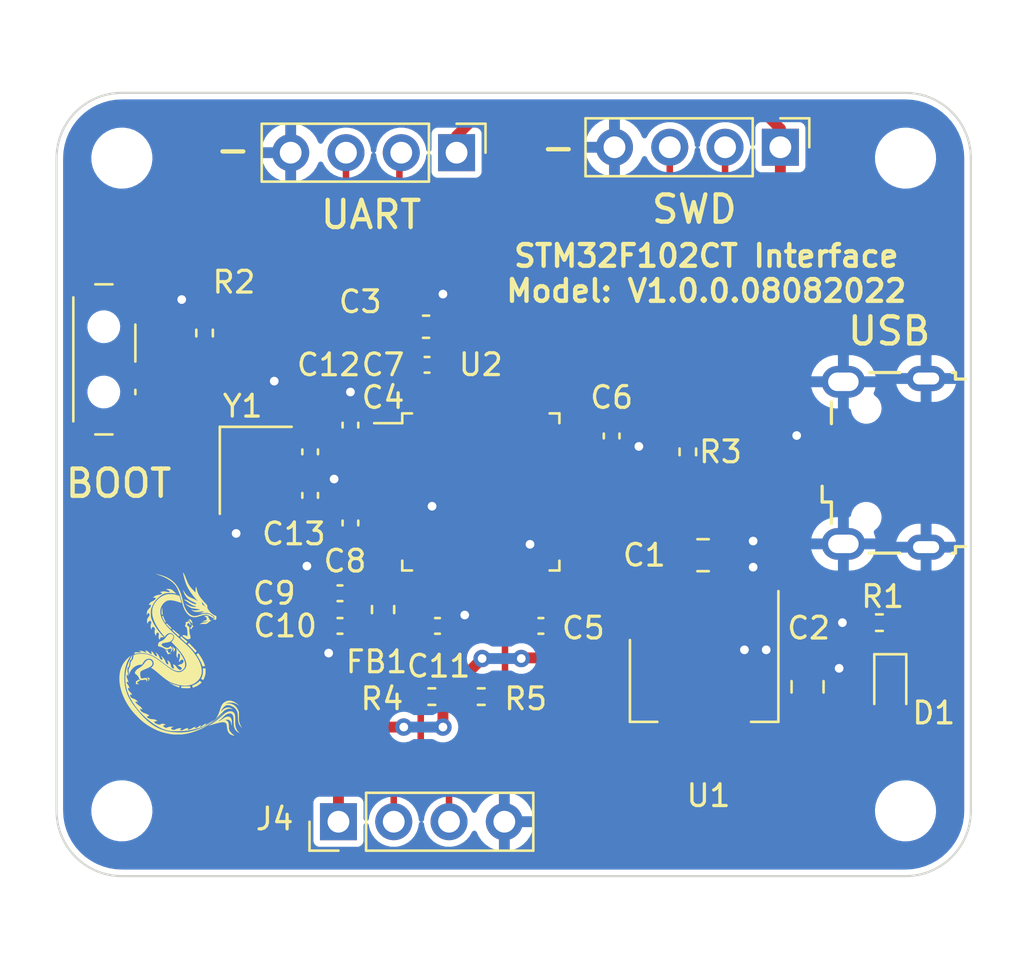
<source format=kicad_pcb>
(kicad_pcb (version 20211014) (generator pcbnew)
  (layers (0 "F.Cu" signal) (31 "B.Cu" mixed) (34 "B.Paste" user) (35 "F.Paste" user) (36 "B.SilkS" user "B.Silkscreen") (37 "F.SilkS" user "F.Silkscreen") (38 "B.Mask" user) (39 "F.Mask" user) (44 "Edge.Cuts" user))
  (net 0 "")
  (net 1 "VBUS")
  (net 2 "GND")
  (net 3 "+3.3V")
  (net 4 "+3.3VA")
  (net 5 "/NRST")
  (net 6 "/HSE_IN")
  (net 7 "/HSE_OUT")
  (net 8 "/PWR_LED_K")
  (net 9 "/USB_D-")
  (net 10 "/USB_D+")
  (net 12 "/USART1_TX")
  (net 13 "/USART1_RX")
  (net 14 "/SWDIO")
  (net 15 "/SWCLK")
  (net 16 "/I2C2_SCL")
  (net 17 "/I2C2_SDA")
  (net 18 "/SW_BOOT0")
  (net 19 "/BOOT0")
  (footprint "Connector_PinHeader_2.54mm:PinHeader_1x04_P2.54mm_Vertical" (layer "F.Cu") (at 73.95 62.5 90)
    (fp_text reference "J4" (at 0.127 -2.931 180) (layer "F.SilkS"))
    (fp_text value "Conn_01x04_Male")
    (pad "1" thru_hole rect (at 0 0 90) (size 1.7 1.7) (drill 1) (layers *.Cu *.Mask) (net 3 "+3.3V"))
    (pad "2" thru_hole oval (at 0 2.54 90) (size 1.7 1.7) (drill 1) (layers *.Cu *.Mask) (net 16 "/I2C2_SCL"))
    (pad "3" thru_hole oval (at 0 5.08 90) (size 1.7 1.7) (drill 1) (layers *.Cu *.Mask) (net 17 "/I2C2_SDA"))
    (pad "4" thru_hole oval (at 0 7.62 90) (size 1.7 1.7) (drill 1) (layers *.Cu *.Mask) (net 2 "GND"))
  )
  (footprint "MountingHole:MountingHole_2.2mm_M2" (layer "F.Cu") (at 100 62)
    (fp_text reference "H2")
    (fp_text value "MountingHole")
    (pad "" np_thru_hole circle (at 0 0) (size 2.2 2.2) (drill 2.2) (layers *.Cu *.Mask))
  )
  (footprint "Capacitor_SMD:C_0402_1005Metric" (layer "F.Cu") (at 72.65 47.5 90)
    (fp_text reference "C13" (at -1.77 -0.75 180) (layer "F.SilkS"))
    (fp_text value "10p")
    (pad "1" smd roundrect (at -0.48 0 90) (size 0.56 0.62) (layers "F.Cu" "F.Paste" "F.Mask") (net 7 "/HSE_OUT"))
    (pad "2" smd roundrect (at 0.48 0 90) (size 0.56 0.62) (layers "F.Cu" "F.Paste" "F.Mask") (net 2 "GND"))
  )
  (footprint "Package_QFP:LQFP-48_7x7mm_P0.5mm" (layer "F.Cu") (at 80.49 47.3425)
    (fp_text reference "U2" (at 0 -5.85) (layer "F.SilkS"))
    (fp_text value "STM32F103C8T6")
    (pad "1" smd roundrect (at -4.1625 -2.75) (size 1.475 0.3) (layers "F.Cu" "F.Paste" "F.Mask") (net 3 "+3.3V"))
    (pad "2" smd roundrect (at -4.1625 -2.25) (size 1.475 0.3) (layers "F.Cu" "F.Paste" "F.Mask"))
    (pad "3" smd roundrect (at -4.1625 -1.75) (size 1.475 0.3) (layers "F.Cu" "F.Paste" "F.Mask"))
    (pad "4" smd roundrect (at -4.1625 -1.25) (size 1.475 0.3) (layers "F.Cu" "F.Paste" "F.Mask"))
    (pad "5" smd roundrect (at -4.1625 -0.75) (size 1.475 0.3) (layers "F.Cu" "F.Paste" "F.Mask") (net 6 "/HSE_IN"))
    (pad "6" smd roundrect (at -4.1625 -0.25) (size 1.475 0.3) (layers "F.Cu" "F.Paste" "F.Mask") (net 7 "/HSE_OUT"))
    (pad "7" smd roundrect (at -4.1625 0.25) (size 1.475 0.3) (layers "F.Cu" "F.Paste" "F.Mask") (net 5 "/NRST"))
    (pad "8" smd roundrect (at -4.1625 0.75) (size 1.475 0.3) (layers "F.Cu" "F.Paste" "F.Mask") (net 2 "GND"))
    (pad "9" smd roundrect (at -4.1625 1.25) (size 1.475 0.3) (layers "F.Cu" "F.Paste" "F.Mask") (net 4 "+3.3VA"))
    (pad "10" smd roundrect (at -4.1625 1.75) (size 1.475 0.3) (layers "F.Cu" "F.Paste" "F.Mask"))
    (pad "11" smd roundrect (at -4.1625 2.25) (size 1.475 0.3) (layers "F.Cu" "F.Paste" "F.Mask"))
    (pad "12" smd roundrect (at -4.1625 2.75) (size 1.475 0.3) (layers "F.Cu" "F.Paste" "F.Mask"))
    (pad "13" smd roundrect (at -2.75 4.1625) (size 0.3 1.475) (layers "F.Cu" "F.Paste" "F.Mask"))
    (pad "14" smd roundrect (at -2.25 4.1625) (size 0.3 1.475) (layers "F.Cu" "F.Paste" "F.Mask"))
    (pad "15" smd roundrect (at -1.75 4.1625) (size 0.3 1.475) (layers "F.Cu" "F.Paste" "F.Mask"))
    (pad "16" smd roundrect (at -1.25 4.1625) (size 0.3 1.475) (layers "F.Cu" "F.Paste" "F.Mask"))
    (pad "17" smd roundrect (at -0.75 4.1625) (size 0.3 1.475) (layers "F.Cu" "F.Paste" "F.Mask"))
    (pad "18" smd roundrect (at -0.25 4.1625) (size 0.3 1.475) (layers "F.Cu" "F.Paste" "F.Mask"))
    (pad "19" smd roundrect (at 0.25 4.1625) (size 0.3 1.475) (layers "F.Cu" "F.Paste" "F.Mask"))
    (pad "20" smd roundrect (at 0.75 4.1625) (size 0.3 1.475) (layers "F.Cu" "F.Paste" "F.Mask"))
    (pad "21" smd roundrect (at 1.25 4.1625) (size 0.3 1.475) (layers "F.Cu" "F.Paste" "F.Mask") (net 16 "/I2C2_SCL"))
    (pad "22" smd roundrect (at 1.75 4.1625) (size 0.3 1.475) (layers "F.Cu" "F.Paste" "F.Mask") (net 17 "/I2C2_SDA"))
    (pad "23" smd roundrect (at 2.25 4.1625) (size 0.3 1.475) (layers "F.Cu" "F.Paste" "F.Mask") (net 2 "GND"))
    (pad "24" smd roundrect (at 2.75 4.1625) (size 0.3 1.475) (layers "F.Cu" "F.Paste" "F.Mask") (net 3 "+3.3V"))
    (pad "25" smd roundrect (at 4.1625 2.75) (size 1.475 0.3) (layers "F.Cu" "F.Paste" "F.Mask"))
    (pad "26" smd roundrect (at 4.1625 2.25) (size 1.475 0.3) (layers "F.Cu" "F.Paste" "F.Mask"))
    (pad "27" smd roundrect (at 4.1625 1.75) (size 1.475 0.3) (layers "F.Cu" "F.Paste" "F.Mask"))
    (pad "28" smd roundrect (at 4.1625 1.25) (size 1.475 0.3) (layers "F.Cu" "F.Paste" "F.Mask"))
    (pad "29" smd roundrect (at 4.1625 0.75) (size 1.475 0.3) (layers "F.Cu" "F.Paste" "F.Mask"))
    (pad "30" smd roundrect (at 4.1625 0.25) (size 1.475 0.3) (layers "F.Cu" "F.Paste" "F.Mask"))
    (pad "31" smd roundrect (at 4.1625 -0.25) (size 1.475 0.3) (layers "F.Cu" "F.Paste" "F.Mask"))
    (pad "32" smd roundrect (at 4.1625 -0.75) (size 1.475 0.3) (layers "F.Cu" "F.Paste" "F.Mask") (net 9 "/USB_D-"))
    (pad "33" smd roundrect (at 4.1625 -1.25) (size 1.475 0.3) (layers "F.Cu" "F.Paste" "F.Mask") (net 10 "/USB_D+"))
    (pad "34" smd roundrect (at 4.1625 -1.75) (size 1.475 0.3) (layers "F.Cu" "F.Paste" "F.Mask") (net 14 "/SWDIO"))
    (pad "35" smd roundrect (at 4.1625 -2.25) (size 1.475 0.3) (layers "F.Cu" "F.Paste" "F.Mask") (net 2 "GND"))
    (pad "36" smd roundrect (at 4.1625 -2.75) (size 1.475 0.3) (layers "F.Cu" "F.Paste" "F.Mask") (net 3 "+3.3V"))
    (pad "37" smd roundrect (at 2.75 -4.1625) (size 0.3 1.475) (layers "F.Cu" "F.Paste" "F.Mask") (net 15 "/SWCLK"))
    (pad "38" smd roundrect (at 2.25 -4.1625) (size 0.3 1.475) (layers "F.Cu" "F.Paste" "F.Mask"))
    (pad "39" smd roundrect (at 1.75 -4.1625) (size 0.3 1.475) (layers "F.Cu" "F.Paste" "F.Mask"))
    (pad "40" smd roundrect (at 1.25 -4.1625) (size 0.3 1.475) (layers "F.Cu" "F.Paste" "F.Mask"))
    (pad "41" smd roundrect (at 0.75 -4.1625) (size 0.3 1.475) (layers "F.Cu" "F.Paste" "F.Mask"))
    (pad "42" smd roundrect (at 0.25 -4.1625) (size 0.3 1.475) (layers "F.Cu" "F.Paste" "F.Mask") (net 12 "/USART1_TX"))
    (pad "43" smd roundrect (at -0.25 -4.1625) (size 0.3 1.475) (layers "F.Cu" "F.Paste" "F.Mask") (net 13 "/USART1_RX"))
    (pad "44" smd roundrect (at -0.75 -4.1625) (size 0.3 1.475) (layers "F.Cu" "F.Paste" "F.Mask") (net 19 "/BOOT0"))
    (pad "45" smd roundrect (at -1.25 -4.1625) (size 0.3 1.475) (layers "F.Cu" "F.Paste" "F.Mask"))
    (pad "46" smd roundrect (at -1.75 -4.1625) (size 0.3 1.475) (layers "F.Cu" "F.Paste" "F.Mask"))
    (pad "47" smd roundrect (at -2.25 -4.1625) (size 0.3 1.475) (layers "F.Cu" "F.Paste" "F.Mask") (net 2 "GND"))
    (pad "48" smd roundrect (at -2.75 -4.1625) (size 0.3 1.475) (layers "F.Cu" "F.Paste" "F.Mask") (net 3 "+3.3V"))
  )
  (footprint "MountingHole:MountingHole_2.2mm_M2" (layer "F.Cu") (at 64 62)
    (fp_text reference "H1")
    (fp_text value "MountingHole")
    (pad "" np_thru_hole circle (at 0 0) (size 2.2 2.2) (drill 2.2) (layers *.Cu *.Mask))
  )
  (footprint "Capacitor_SMD:C_0402_1005Metric" (layer "F.Cu") (at 74.5 48.77 90)
    (fp_text reference "C8" (at -1.75 -0.25 180) (layer "F.SilkS"))
    (fp_text value "10n")
    (pad "1" smd roundrect (at -0.48 0 90) (size 0.56 0.62) (layers "F.Cu" "F.Paste" "F.Mask") (net 4 "+3.3VA"))
    (pad "2" smd roundrect (at 0.48 0 90) (size 0.56 0.62) (layers "F.Cu" "F.Paste" "F.Mask") (net 2 "GND"))
  )
  (footprint "Resistor_SMD:R_0402_1005Metric" (layer "F.Cu") (at 98.8 53.35 180)
    (fp_text reference "R1" (at -0.15 1.2) (layer "F.SilkS"))
    (fp_text value "1k5")
    (pad "1" smd roundrect (at -0.51 0 180) (size 0.54 0.64) (layers "F.Cu" "F.Paste" "F.Mask") (net 8 "/PWR_LED_K"))
    (pad "2" smd roundrect (at 0.51 0 180) (size 0.54 0.64) (layers "F.Cu" "F.Paste" "F.Mask") (net 2 "GND"))
  )
  (footprint "Capacitor_SMD:C_0402_1005Metric" (layer "F.Cu") (at 72.65 45.5 90)
    (fp_text reference "C12" (at 4 0.85 180) (layer "F.SilkS"))
    (fp_text value "10p")
    (pad "1" smd roundrect (at -0.48 0 90) (size 0.56 0.62) (layers "F.Cu" "F.Paste" "F.Mask") (net 6 "/HSE_IN"))
    (pad "2" smd roundrect (at 0.48 0 90) (size 0.56 0.62) (layers "F.Cu" "F.Paste" "F.Mask") (net 2 "GND"))
  )
  (footprint "Capacitor_SMD:C_0402_1005Metric" (layer "F.Cu") (at 86.5 44.77 -90)
    (fp_text reference "C6" (at -1.77 0 180) (layer "F.SilkS"))
    (fp_text value "100n")
    (pad "1" smd roundrect (at -0.48 0 270) (size 0.56 0.62) (layers "F.Cu" "F.Paste" "F.Mask") (net 3 "+3.3V"))
    (pad "2" smd roundrect (at 0.48 0 270) (size 0.56 0.62) (layers "F.Cu" "F.Paste" "F.Mask") (net 2 "GND"))
  )
  (footprint "Connector_PinHeader_2.54mm:PinHeader_1x04_P2.54mm_Vertical" (layer "F.Cu") (at 79.375 31.75 -90)
    (fp_text reference "J2")
    (fp_text value "Conn_01x04_Male")
    (pad "1" thru_hole rect (at 0 0 270) (size 1.7 1.7) (drill 1) (layers *.Cu *.Mask) (net 3 "+3.3V"))
    (pad "2" thru_hole oval (at 0 2.54 270) (size 1.7 1.7) (drill 1) (layers *.Cu *.Mask) (net 12 "/USART1_TX"))
    (pad "3" thru_hole oval (at 0 5.08 270) (size 1.7 1.7) (drill 1) (layers *.Cu *.Mask) (net 13 "/USART1_RX"))
    (pad "4" thru_hole oval (at 0 7.62 270) (size 1.7 1.7) (drill 1) (layers *.Cu *.Mask) (net 2 "GND"))
  )
  (footprint "Package_TO_SOT_SMD:SOT-223-3_TabPin2" (layer "F.Cu") (at 90.75 56 -90)
    (fp_text reference "U1" (at 5.3 -0.2 180) (layer "F.SilkS"))
    (fp_text value "AMS1117")
    (pad "1" smd rect (at -3.15 -2.3 270) (size 2 1.5) (layers "F.Cu" "F.Paste" "F.Mask") (net 2 "GND"))
    (pad "2" smd rect (at 3.15 0 270) (size 2 3.8) (layers "F.Cu" "F.Paste" "F.Mask") (net 3 "+3.3V"))
    (pad "2" smd rect (at -3.15 0 270) (size 2 1.5) (layers "F.Cu" "F.Paste" "F.Mask") (net 3 "+3.3V"))
    (pad "3" smd rect (at -3.15 2.3 270) (size 2 1.5) (layers "F.Cu" "F.Paste" "F.Mask") (net 1 "VBUS"))
  )
  (footprint "Resistor_SMD:R_0402_1005Metric" (layer "F.Cu") (at 67.8 40.04 90)
    (fp_text reference "R2" (at 2.34 1.35 180) (layer "F.SilkS"))
    (fp_text value "10k")
    (pad "1" smd roundrect (at -0.51 0 90) (size 0.54 0.64) (layers "F.Cu" "F.Paste" "F.Mask") (net 18 "/SW_BOOT0"))
    (pad "2" smd roundrect (at 0.51 0 90) (size 0.54 0.64) (layers "F.Cu" "F.Paste" "F.Mask") (net 19 "/BOOT0"))
  )
  (footprint "LOGO" (layer "F.Cu") (at 66.7 54.8)
    (fp_text reference "G***")
    (fp_text value "LOGO" hide)
  )
  (footprint "Capacitor_SMD:C_0402_1005Metric" (layer "F.Cu") (at 78.5 53.5)
    (fp_text reference "C11" (at 0.05 1.85) (layer "F.SilkS"))
    (fp_text value "100n")
    (pad "1" smd roundrect (at -0.48 0) (size 0.56 0.62) (layers "F.Cu" "F.Paste" "F.Mask") (net 5 "/NRST"))
    (pad "2" smd roundrect (at 0.48 0) (size 0.56 0.62) (layers "F.Cu" "F.Paste" "F.Mask") (net 2 "GND"))
  )
  (footprint "Crystal:Crystal_SMD_3225-4Pin_3.2x2.5mm" (layer "F.Cu") (at 70.15 46.35 -90)
    (fp_text reference "Y1" (at -2.95 0.6 180) (layer "F.SilkS"))
    (fp_text value "16MHz")
    (pad "1" smd rect (at -1.1 0.85 270) (size 1.4 1.2) (layers "F.Cu" "F.Paste" "F.Mask") (net 6 "/HSE_IN"))
    (pad "2" smd rect (at 1.1 0.85 270) (size 1.4 1.2) (layers "F.Cu" "F.Paste" "F.Mask") (net 2 "GND"))
    (pad "3" smd rect (at 1.1 -0.85 270) (size 1.4 1.2) (layers "F.Cu" "F.Paste" "F.Mask") (net 7 "/HSE_OUT"))
    (pad "4" smd rect (at -1.1 -0.85 270) (size 1.4 1.2) (layers "F.Cu" "F.Paste" "F.Mask") (net 2 "GND"))
  )
  (footprint "Resistor_SMD:R_0402_1005Metric" (layer "F.Cu") (at 90 45.5 -90)
    (fp_text reference "R3" (at 0 -1.5 180) (layer "F.SilkS"))
    (fp_text value "1k5")
    (pad "1" smd roundrect (at -0.51 0 270) (size 0.54 0.64) (layers "F.Cu" "F.Paste" "F.Mask") (net 3 "+3.3V"))
    (pad "2" smd roundrect (at 0.51 0 270) (size 0.54 0.64) (layers "F.Cu" "F.Paste" "F.Mask") (net 10 "/USB_D+"))
  )
  (footprint "LED_SMD:LED_0603_1608Metric" (layer "F.Cu") (at 99.3 56.2875 -90)
    (fp_text reference "D1" (at 1.2125 -2 180) (layer "F.SilkS"))
    (fp_text value "RED")
    (pad "1" smd roundrect (at -0.7875 0 270) (size 0.875 0.95) (layers "F.Cu" "F.Paste" "F.Mask") (net 8 "/PWR_LED_K"))
    (pad "2" smd roundrect (at 0.7875 0 270) (size 0.875 0.95) (layers "F.Cu" "F.Paste" "F.Mask") (net 3 "+3.3V"))
  )
  (footprint "Capacitor_SMD:C_0402_1005Metric" (layer "F.Cu") (at 78.02 41.5)
    (fp_text reference "C7" (at -2.02 0) (layer "F.SilkS"))
    (fp_text value "100n")
    (pad "1" smd roundrect (at -0.48 0) (size 0.56 0.62) (layers "F.Cu" "F.Paste" "F.Mask") (net 3 "+3.3V"))
    (pad "2" smd roundrect (at 0.48 0) (size 0.56 0.62) (layers "F.Cu" "F.Paste" "F.Mask") (net 2 "GND"))
  )
  (footprint "Capacitor_SMD:C_0603_1608Metric" (layer "F.Cu") (at 77.975 39.75)
    (fp_text reference "C3" (at -3.025 -1.15) (layer "F.SilkS"))
    (fp_text value "10u")
    (pad "1" smd roundrect (at -0.775 0) (size 0.9 0.95) (layers "F.Cu" "F.Paste" "F.Mask") (net 3 "+3.3V"))
    (pad "2" smd roundrect (at 0.775 0) (size 0.9 0.95) (layers "F.Cu" "F.Paste" "F.Mask") (net 2 "GND"))
  )
  (footprint "Connector_USB:USB_Micro-B_Wuerth_629105150521" (layer "F.Cu") (at 98.995 46.005 90)
    (fp_text reference "J1")
    (fp_text value "USB_B_Micro")
    (pad "" np_thru_hole oval (at -2.5 -0.8 90) (size 0.8 0.8) (drill 0.8) (layers *.Cu *.Mask))
    (pad "" np_thru_hole oval (at 2.5 -0.8 90) (size 0.8 0.8) (drill 0.8) (layers *.Cu *.Mask))
    (pad "1" smd rect (at -1.3 -1.9 90) (size 0.45 1.3) (layers "F.Cu" "F.Paste" "F.Mask") (net 1 "VBUS"))
    (pad "2" smd rect (at -0.65 -1.9 90) (size 0.45 1.3) (layers "F.Cu" "F.Paste" "F.Mask") (net 9 "/USB_D-"))
    (pad "3" smd rect (at 0 -1.9 90) (size 0.45 1.3) (layers "F.Cu" "F.Paste" "F.Mask") (net 10 "/USB_D+"))
    (pad "4" smd rect (at 0.65 -1.9 90) (size 0.45 1.3) (layers "F.Cu" "F.Paste" "F.Mask"))
    (pad "5" smd rect (at 1.3 -1.9 90) (size 0.45 1.3) (layers "F.Cu" "F.Paste" "F.Mask") (net 2 "GND"))
    (pad "6" thru_hole oval (at -3.875 1.95 90) (size 1.15 1.8) (drill oval 0.55 1.2) (layers *.Cu *.Mask) (net 2 "GND"))
    (pad "6" thru_hole oval (at 3.875 1.95 90) (size 1.15 1.8) (drill oval 0.55 1.2) (layers *.Cu *.Mask) (net 2 "GND"))
    (pad "6" thru_hole oval (at 3.725 -1.85 90) (size 1.45 2) (drill oval 0.85 1.4) (layers *.Cu *.Mask) (net 2 "GND"))
    (pad "6" thru_hole oval (at -3.725 -1.85 90) (size 1.45 2) (drill oval 0.85 1.4) (layers *.Cu *.Mask) (net 2 "GND"))
  )
  (footprint "Resistor_SMD:R_0402_1005Metric" (layer "F.Cu") (at 78.24 56.75 180)
    (fp_text reference "R4" (at 2.29 -0.1) (layer "F.SilkS"))
    (fp_text value "1k5")
    (pad "1" smd roundrect (at -0.51 0 180) (size 0.54 0.64) (layers "F.Cu" "F.Paste" "F.Mask") (net 3 "+3.3V"))
    (pad "2" smd roundrect (at 0.51 0 180) (size 0.54 0.64) (layers "F.Cu" "F.Paste" "F.Mask") (net 16 "/I2C2_SCL"))
  )
  (footprint "Button_Switch_SMD:SW_SPDT_PCM12" (layer "F.Cu") (at 63.5 41.25 -90)
    (fp_text reference "SW1")
    (fp_text value "SW_SPDT")
    (pad "" np_thru_hole circle (at -1.5 0.33 270) (size 0.9 0.9) (drill 0.9) (layers *.Cu *.Mask))
    (pad "" smd rect (at 3.65 -0.78 270) (size 1 0.8) (layers "F.Cu" "F.Paste" "F.Mask"))
    (pad "" np_thru_hole circle (at 1.5 0.33 270) (size 0.9 0.9) (drill 0.9) (layers *.Cu *.Mask))
    (pad "" smd rect (at -3.65 -0.78 270) (size 1 0.8) (layers "F.Cu" "F.Paste" "F.Mask"))
    (pad "" smd rect (at 3.65 1.43 270) (size 1 0.8) (layers "F.Cu" "F.Paste" "F.Mask"))
    (pad "" smd rect (at -3.65 1.43 270) (size 1 0.8) (layers "F.Cu" "F.Paste" "F.Mask"))
    (pad "1" smd rect (at -2.25 -1.43 270) (size 0.7 1.5) (layers "F.Cu" "F.Paste" "F.Mask") (net 2 "GND"))
    (pad "2" smd rect (at 0.75 -1.43 270) (size 0.7 1.5) (layers "F.Cu" "F.Paste" "F.Mask") (net 18 "/SW_BOOT0"))
    (pad "3" smd rect (at 2.25 -1.43 270) (size 0.7 1.5) (layers "F.Cu" "F.Paste" "F.Mask") (net 3 "+3.3V"))
  )
  (footprint "MountingHole:MountingHole_2.2mm_M2" (layer "F.Cu") (at 100 32)
    (fp_text reference "H3")
    (fp_text value "MountingHole")
    (pad "" np_thru_hole circle (at 0 0) (size 2.2 2.2) (drill 2.2) (layers *.Cu *.Mask))
  )
  (footprint "Inductor_SMD:L_0603_1608Metric" (layer "F.Cu") (at 76 52.75 -90)
    (fp_text reference "FB1" (at 2.4 0.3 180) (layer "F.SilkS"))
    (fp_text value "FerriteBead")
    (pad "1" smd roundrect (at -0.7875 0 270) (size 0.875 0.95) (layers "F.Cu" "F.Paste" "F.Mask") (net 4 "+3.3VA"))
    (pad "2" smd roundrect (at 0.7875 0 270) (size 0.875 0.95) (layers "F.Cu" "F.Paste" "F.Mask") (net 3 "+3.3V"))
  )
  (footprint "MountingHole:MountingHole_2.2mm_M2" (layer "F.Cu") (at 64 32)
    (fp_text reference "H4")
    (fp_text value "MountingHole")
    (pad "" np_thru_hole circle (at 0 0) (size 2.2 2.2) (drill 2.2) (layers *.Cu *.Mask))
  )
  (footprint "Capacitor_SMD:C_0805_2012Metric" (layer "F.Cu") (at 95.5 56.3 90)
    (fp_text reference "C2" (at 2.7 0.05 180) (layer "F.SilkS"))
    (fp_text value "22u")
    (pad "1" smd roundrect (at -0.95 0 90) (size 1 1.45) (layers "F.Cu" "F.Paste" "F.Mask") (net 3 "+3.3V"))
    (pad "2" smd roundrect (at 0.95 0 90) (size 1 1.45) (layers "F.Cu" "F.Paste" "F.Mask") (net 2 "GND"))
  )
  (footprint "Capacitor_SMD:C_0402_1005Metric" (layer "F.Cu") (at 74.02 53.5 180)
    (fp_text reference "C10" (at 2.52 0) (layer "F.SilkS"))
    (fp_text value "1u")
    (pad "1" smd roundrect (at -0.48 0 180) (size 0.56 0.62) (layers "F.Cu" "F.Paste" "F.Mask") (net 3 "+3.3V"))
    (pad "2" smd roundrect (at 0.48 0 180) (size 0.56 0.62) (layers "F.Cu" "F.Paste" "F.Mask") (net 2 "GND"))
  )
  (footprint "Connector_PinHeader_2.54mm:PinHeader_1x04_P2.54mm_Vertical" (layer "F.Cu") (at 94.25 31.5 -90)
    (fp_text reference "J3")
    (fp_text value "Conn_01x04_Male")
    (pad "1" thru_hole rect (at 0 0 270) (size 1.7 1.7) (drill 1) (layers *.Cu *.Mask) (net 3 "+3.3V"))
    (pad "2" thru_hole oval (at 0 2.54 270) (size 1.7 1.7) (drill 1) (layers *.Cu *.Mask) (net 14 "/SWDIO"))
    (pad "3" thru_hole oval (at 0 5.08 270) (size 1.7 1.7) (drill 1) (layers *.Cu *.Mask) (net 15 "/SWCLK"))
    (pad "4" thru_hole oval (at 0 7.62 270) (size 1.7 1.7) (drill 1) (layers *.Cu *.Mask) (net 2 "GND"))
  )
  (footprint "Resistor_SMD:R_0402_1005Metric" (layer "F.Cu") (at 80.51 56.75)
    (fp_text reference "R5" (at 2.04 0.1) (layer "F.SilkS"))
    (fp_text value "1k5")
    (pad "1" smd roundrect (at -0.51 0) (size 0.54 0.64) (layers "F.Cu" "F.Paste" "F.Mask") (net 3 "+3.3V"))
    (pad "2" smd roundrect (at 0.51 0) (size 0.54 0.64) (layers "F.Cu" "F.Paste" "F.Mask") (net 17 "/I2C2_SDA"))
  )
  (footprint "Capacitor_SMD:C_0805_2012Metric" (layer "F.Cu") (at 90.7 50.25)
    (fp_text reference "C1" (at -2.7 0) (layer "F.SilkS"))
    (fp_text value "22u")
    (pad "1" smd roundrect (at -0.95 0) (size 1 1.45) (layers "F.Cu" "F.Paste" "F.Mask") (net 1 "VBUS"))
    (pad "2" smd roundrect (at 0.95 0) (size 1 1.45) (layers "F.Cu" "F.Paste" "F.Mask") (net 2 "GND"))
  )
  (footprint "Capacitor_SMD:C_0402_1005Metric" (layer "F.Cu") (at 74.02 52 180)
    (fp_text reference "C9" (at 3.02 0) (layer "F.SilkS"))
    (fp_text value "1u")
    (pad "1" smd roundrect (at -0.48 0 180) (size 0.56 0.62) (layers "F.Cu" "F.Paste" "F.Mask") (net 4 "+3.3VA"))
    (pad "2" smd roundrect (at 0.48 0 180) (size 0.56 0.62) (layers "F.Cu" "F.Paste" "F.Mask") (net 2 "GND"))
  )
  (footprint "Capacitor_SMD:C_0402_1005Metric" (layer "F.Cu") (at 74.5 44.27 90)
    (fp_text reference "C4" (at 1.27 1.5) (layer "F.SilkS"))
    (fp_text value "100n")
    (pad "1" smd roundrect (at -0.48 0 90) (size 0.56 0.62) (layers "F.Cu" "F.Paste" "F.Mask") (net 3 "+3.3V"))
    (pad "2" smd roundrect (at 0.48 0 90) (size 0.56 0.62) (layers "F.Cu" "F.Paste" "F.Mask") (net 2 "GND"))
  )
  (footprint "Capacitor_SMD:C_0402_1005Metric" (layer "F.Cu") (at 83.25 53.5 180)
    (fp_text reference "C5" (at -1.95 -0.1) (layer "F.SilkS"))
    (fp_text value "100n")
    (pad "1" smd roundrect (at -0.48 0 180) (size 0.56 0.62) (layers "F.Cu" "F.Paste" "F.Mask") (net 3 "+3.3V"))
    (pad "2" smd roundrect (at 0.48 0 180) (size 0.56 0.62) (layers "F.Cu" "F.Paste" "F.Mask") (net 2 "GND"))
  )
  (gr_arc (start 64 65) (mid 61.87868 64.12132) (end 61 62) (layer "Edge.Cuts") (width 0.1))
  (gr_arc (start 103 62) (mid 102.12132 64.12132) (end 100 65) (layer "Edge.Cuts") (width 0.1))
  (gr_line (start 103 62) (end 103 32) (layer "Edge.Cuts") (width 0.1))
  (gr_line (start 64 65) (end 100 65) (layer "Edge.Cuts") (width 0.1))
  (gr_arc (start 61 32) (mid 61.87868 29.87868) (end 64 29) (layer "Edge.Cuts") (width 0.1))
  (gr_arc (start 100 29) (mid 102.12132 29.87868) (end 103 32) (layer "Edge.Cuts") (width 0.1))
  (gr_line (start 61 32) (end 61 62) (layer "Edge.Cuts") (width 0.1))
  (gr_line (start 64 29) (end 100 29) (layer "Edge.Cuts") (width 0.1))
  (gr_text "-" (at 69.1 31.6) (layer "F.SilkS") (effects (font (size 1.25 1.25) (thickness 0.2))))
  (gr_text "SWD" (at 90.3 34.35) (layer "F.SilkS") (effects (font (size 1.25 1.25) (thickness 0.2))))
  (gr_text "UART" (at 75.45 34.6) (layer "F.SilkS") (effects (font (size 1.25 1.25) (thickness 0.2))))
  (gr_text "-" (at 84.05 31.5) (layer "F.SilkS") (effects (font (size 1.25 1.25) (thickness 0.2))))
  (gr_text "STM32F102CT Interface\nModel: V1.0.0.08082022" (at 90.85 37.3) (layer "F.SilkS") (effects (font (size 1 1) (thickness 0.2))))
  (gr_text "BOOT" (at 63.85 46.95) (layer "F.SilkS") (effects (font (size 1.25 1.25) (thickness 0.2))))
  (gr_text "USB" (at 99.25 39.95) (layer "F.SilkS") (effects (font (size 1.25 1.25) (thickness 0.2))))
  (segment (start 79.25 53.5) (end 79.75 53) (width 0.5) (layer "F.Cu") (net 2))
  (segment (start 78.75 40.5) (end 78.5 40.75) (width 0.5) (layer "F.Cu") (net 2))
  (segment (start 64.93 39) (end 66.25 39) (width 0.5) (layer "F.Cu") (net 2))
  (segment (start 85.84202 45.09202) (end 86 45.25) (width 0.3) (layer "F.Cu") (net 2))
  (segment (start 84.6525 45.0925) (end 84.65298 45.09202) (width 0.3) (layer "F.Cu") (net 2))
  (segment (start 71.23 45.02) (end 71 45.25) (width 0.5) (layer "F.Cu") (net 2))
  (segment (start 74.6975 48.0925) (end 74.5 48.29) (width 0.3) (layer "F.Cu") (net 2))
  (segment (start 73.54 53.5) (end 73.54 54.71) (width 0.5) (layer "F.Cu") (net 2))
  (segment (start 86 45.25) (end 86.5 45.25) (width 0.3) (layer "F.Cu") (net 2))
  (segment (start 78.98 53.5) (end 79.25 53.5) (width 0.5) (layer "F.Cu") (net 2))
  (segment (start 84.65298 45.09202) (end 85.84202 45.09202) (width 0.3) (layer "F.Cu") (net 2))
  (segment (start 72.65 45.02) (end 71.23 45.02) (width 0.5) (layer "F.Cu") (net 2))
  (segment (start 98.29 53.35) (end 97.1 53.35) (width 0.5) (layer "F.Cu") (net 2))
  (segment (start 66.25 39) (end 66.75 38.5) (width 0.5) (layer "F.Cu") (net 2))
  (segment (start 73.54 51.79) (end 72.5 50.75) (width 0.5) (layer "F.Cu") (net 2))
  (segment (start 82.74 53.47) (end 82.77 53.5) (width 0.3) (layer "F.Cu") (net 2))
  (segment (start 78.5 42) (end 78.5 41.5) (width 0.3) (layer "F.Cu") (net 2))
  (segment (start 82.75 49.75) (end 82.74 49.76) (width 0.3) (layer "F.Cu") (net 2))
  (segment (start 82.74 49.76) (end 82.74 51.505) (width 0.3) (layer "F.Cu") (net 2))
  (segment (start 69.3 49.2) (end 69.25 49.25) (width 0.5) (layer "F.Cu") (net 2))
  (segment (start 76.3275 48.0925) (end 78.1575 48.0925) (width 0.3) (layer "F.Cu") (net 2))
  (segment (start 73.48 47.02) (end 73.75 46.75) (width 0.5) (layer "F.Cu") (net 2))
  (segment (start 78.75 39.75) (end 78.75 40.5) (width 0.5) (layer "F.Cu") (net 2))
  (segment (start 74.5 43.79) (end 74.5 42.75) (width 0.5) (layer "F.Cu") (net 2))
  (segment (start 78.75 39.75) (end 78.75 38.25) (width 0.5) (layer "F.Cu") (net 2))
  (segment (start 73.54 54.71) (end 73.5 54.75) (width 0.5) (layer "F.Cu") (net 2))
  (segment (start 76.3275 48.0925) (end 74.6975 48.0925) (width 0.3) (layer "F.Cu") (net 2))
  (segment (start 95.045 44.705) (end 95 44.75) (width 0.3) (layer "F.Cu") (net 2))
  (segment (start 97.095 44.705) (end 95.045 44.705) (width 0.3) (layer "F.Cu") (net 2))
  (segment (start 86.5 45.25) (end 87.75 45.25) (width 0.5) (layer "F.Cu") (net 2))
  (segment (start 72.65 47.02) (end 73.48 47.02) (width 0.5) (layer "F.Cu") (net 2))
  (segment (start 69.3 47.45) (end 69.3 49.2) (width 0.5) (layer "F.Cu") (net 2))
  (segment (start 78.1575 48.0925) (end 78.25 48) (width 0.3) (layer "F.Cu") (net 2))
  (segment (start 71 45.25) (end 71 42.25) (width 0.5) (layer "F.Cu") (net 2))
  (segment (start 73.54 52) (end 73.54 51.79) (width 0.5) (layer "F.Cu") (net 2))
  (segment (start 78.24 42.26) (end 78.5 42) (width 0.3) (layer "F.Cu") (net 2))
  (segment (start 82.74 51.505) (end 82.74 53.47) (width 0.3) (layer "F.Cu") (net 2))
  (segment (start 78.5 40.75) (end 78.5 41.5) (width 0.5) (layer "F.Cu") (net 2))
  (segment (start 78.24 43.18) (end 78.24 42.26) (width 0.3) (layer "F.Cu") (net 2))
  (via (at 73.75 46.75) (size 0.8) (drill 0.4) (layers "F.Cu" "B.Cu") (net 2))
  (via (at 93 49.6) (size 0.8) (drill 0.4) (layers "F.Cu" "B.Cu") (net 2))
  (via (at 93 50.8) (size 0.8) (drill 0.4) (layers "F.Cu" "B.Cu") (net 2))
  (via (at 95 44.75) (size 0.8) (drill 0.4) (layers "F.Cu" "B.Cu") (net 2))
  (via (at 69.25 49.25) (size 0.8) (drill 0.4) (layers "F.Cu" "B.Cu") (net 2))
  (via (at 92.6 54.6) (size 0.8) (drill 0.4) (layers "F.Cu" "B.Cu") (net 2))
  (via (at 66.75 38.5) (size 0.8) (drill 0.4) (layers "F.Cu" "B.Cu") (net 2))
  (via (at 72.5 50.75) (size 0.8) (drill 0.4) (layers "F.Cu" "B.Cu") (net 2))
  (via (at 74.5 42.75) (size 0.8) (drill 0.4) (layers "F.Cu" "B.Cu") (net 2))
  (via (at 96.95 55.45) (size 0.8) (drill 0.4) (layers "F.Cu" "B.Cu") (net 2))
  (via (at 73.5 54.75) (size 0.8) (drill 0.4) (layers "F.Cu" "B.Cu") (net 2))
  (via (at 93.6 54.6) (size 0.8) (drill 0.4) (layers "F.Cu" "B.Cu") (net 2))
  (via (at 87.75 45.25) (size 0.8) (drill 0.4) (layers "F.Cu" "B.Cu") (net 2))
  (via (at 82.75 49.75) (size 0.8) (drill 0.4) (layers "F.Cu" "B.Cu") (net 2))
  (via (at 71 42.25) (size 0.8) (drill 0.4) (layers "F.Cu" "B.Cu") (net 2))
  (via (at 79.75 53) (size 0.8) (drill 0.4) (layers "F.Cu" "B.Cu") (net 2))
  (via (at 97.1 53.35) (size 0.8) (drill 0.4) (layers "F.Cu" "B.Cu") (net 2))
  (via (at 78.25 48) (size 0.8) (drill 0.4) (layers "F.Cu" "B.Cu") (net 2))
  (via (at 78.75 38.25) (size 0.8) (drill 0.4) (layers "F.Cu" "B.Cu") (net 2))
  (segment (start 79.375 31.75) (end 79.375 30.975) (width 0.5) (layer "F.Cu") (net 3))
  (segment (start 97.2 58.5) (end 97.2 57.25) (width 0.5) (layer "F.Cu") (net 3))
  (segment (start 75.8 53.7375) (end 76 53.5375) (width 0.5) (layer "F.Cu") (net 3))
  (segment (start 99.2 42.398978) (end 99.15 42.348978) (width 0.5) (layer "F.Cu") (net 3))
  (segment (start 67.15 43.5) (end 67.25 43.6) (width 0.5) (layer "F.Cu") (net 3))
  (segment (start 90 44.99) (end 91.01 44.99) (width 0.5) (layer "F.Cu") (net 3))
  (segment (start 77.74 43.18) (end 77.7 43.22) (width 0.3) (layer "F.Cu") (net 3))
  (segment (start 83.73 53.5) (end 83.73 54.97) (width 0.5) (layer "F.Cu") (net 3))
  (segment (start 78.75 56.75) (end 78.75 58.15) (width 0.5) (layer "F.Cu") (net 3))
  (segment (start 64.93 43.5) (end 67.15 43.5) (width 0.5) (layer "F.Cu") (net 3))
  (segment (start 75.35 58.15) (end 73.95 59.55) (width 0.5) (layer "F.Cu") (net 3))
  (segment (start 75.8 58.15) (end 75.35 58.15) (width 0.5) (layer "F.Cu") (net 3))
  (segment (start 83.73 52.73) (end 83.73 53.5) (width 0.3) (layer "F.Cu") (net 3))
  (segment (start 80.55 55) (end 80 55.55) (width 0.5) (layer "F.Cu") (net 3))
  (segment (start 100.95 52.65) (end 99.3 51) (width 0.5) (layer "F.Cu") (net 3))
  (segment (start 94.25 30.65) (end 94.25 31.5) (width 0.5) (layer "F.Cu") (net 3))
  (segment (start 79.375 30.975) (end 80.6 29.75) (width 0.5) (layer "F.Cu") (net 3))
  (segment (start 77.5 42) (end 77.5 41.54) (width 0.3) (layer "F.Cu") (net 3))
  (segment (start 83.73 54.97) (end 82.3795 54.97) (width 0.5) (layer "F.Cu") (net 3))
  (segment (start 84.6525 44.5925) (end 85.6575 44.5925) (width 0.3) (layer "F.Cu") (net 3))
  (segment (start 95.1 62.25) (end 97.2 60.15) (width 0.5) (layer "F.Cu") (net 3))
  (segment (start 83.24 52.24) (end 83.73 52.73) (width 0.3) (layer "F.Cu") (net 3))
  (segment (start 77.7 43.22) (end 77.7 44.3) (width 0.3) (layer "F.Cu") (net 3))
  (segment (start 77.4075 44.5925) (end 76.3275 44.5925) (width 0.3) (layer "F.Cu") (net 3))
  (segment (start 80.6 29.75) (end 93.35 29.75) (width 0.5) (layer "F.Cu") (net 3))
  (segment (start 77.2 39.75) (end 77.2 40.45) (width 0.5) (layer "F.Cu") (net 3))
  (segment (start 70.35 39.75) (end 77.2 39.75) (width 0.5) (layer "F.Cu") (net 3))
  (segment (start 99.3 51) (end 99.2 51) (width 0.5) (layer "F.Cu") (net 3))
  (segment (start 94.3 36.1) (end 94.25 36.05) (width 0.5) (layer "F.Cu") (net 3))
  (segment (start 99.15 40.9) (end 97.125 38.875) (width 0.5) (layer "F.Cu") (net 3))
  (segment (start 100.2 58.5) (end 100.95 57.75) (width 0.5) (layer "F.Cu") (net 3))
  (segment (start 75.25 44.75) (end 74.5 44.75) (width 0.3) (layer "F.Cu") (net 3))
  (segment (start 83.24 51.505) (end 83.24 52.24) (width 0.3) (layer "F.Cu") (net 3))
  (segment (start 97.375 57.075) (end 95.675 57.075) (width 0.5) (layer "F.Cu") (net 3))
  (segment (start 99.15 42.348978) (end 99.15 40.9) (width 0.5) (layer "F.Cu") (net 3))
  (segment (start 83.73 54.97) (end 83.73 60.43) (width 0.5) (layer "F.Cu") (net 3))
  (segment (start 97.125 38.875) (end 94.35 36.1) (width 0.5) (layer "F.Cu") (net 3))
  (segment (start 77.2 40.45) (end 77.54 40.79) (width 0.5) (layer "F.Cu") (net 3))
  (segment (start 97.2 57.25) (end 97.375 57.075) (width 0.5) (layer "F.Cu") (net 3))
  (segment (start 77.74 43.18) (end 77.74 42.24) (width 0.3) (layer "F.Cu") (net 3))
  (segment (start 67.25 42.85) (end 70.35 39.75) (width 0.5) (layer "F.Cu") (net 3))
  (segment (start 99.3 57.075) (end 97.375 57.075) (width 0.5) (layer "F.Cu") (net 3))
  (segment (start 86.5 44.29) (end 88.49 44.29) (width 0.5) (layer "F.Cu") (net 3))
  (segment (start 67.25 56.35) (end 67.25 43.6) (width 0.5) (layer "F.Cu") (net 3))
  (segment (start 77.74 42.24) (end 77.5 42) (width 0.3) (layer "F.Cu") (net 3))
  (segment (start 95.675 57.075) (end 95.5 57.25) (width 0.5) (layer "F.Cu") (net 3))
  (segment (start 94.25 36.05) (end 94.25 31.5) (width 0.5) (layer "F.Cu") (net 3))
  (segment (start 76.95 58.15) (end 75.8 58.15) (width 0.5) (layer "F.Cu") (net 3))
  (segment (start 94.35 36.1) (end 94.3 36.1) (width 0.5) (layer "F.Cu") (net 3))
  (segment (start 74.5375 53.5375) (end 74.5 53.5) (width 0.5) (layer "F.Cu") (net 3))
  (segment (start 69.05 58.15) (end 67.25 56.35) (width 0.5) (layer "F.Cu") (net 3))
  (segment (start 97.2 60.15) (end 97.2 58.5) (width 0.5) (layer "F.Cu") (net 3))
  (segment (start 77.7 44.3) (end 77.4075 44.5925) (width 0.3) (layer "F.Cu") (net 3))
  (segment (start 99.2 51) (end 99.2 42.398978) (width 0.5) (layer "F.Cu") (net 3))
  (segment (start 75.8 58.15) (end 69.05 58.15) (width 0.5) (layer "F.Cu") (net 3))
  (segment (start 75.8 58.15) (end 75.8 53.7375) (width 0.5) (layer "F.Cu") (net 3))
  (segment (start 80 55.55) (end 80 56.75) (width 0.5) (layer "F.Cu") (net 3))
  (segment (start 83.73 60.43) (end 85.55 62.25) (width 0.5) (layer "F.Cu") (net 3))
  (segment (start 73.95 59.55) (end 73.95 62.5) (width 0.5) (layer "F.Cu") (net 3))
  (segment (start 77.54 40.79) (end 77.54 41.5) (width 0.5) (layer "F.Cu") (net 3))
  (segment (start 97.2 58.5) (end 100.2 58.5) (width 0.5) (layer "F.Cu") (net 3))
  (segment (start 85.6575 44.5925) (end 85.96 44.29) (width 0.3) (layer "F.Cu") (net 3))
  (segment (start 88.49 44.29) (end 89.19 44.99) (width 0.5) (layer "F.Cu") (net 3))
  (segment (start 75.4075 44.5925) (end 75.25 44.75) (width 0.3) (layer "F.Cu") (net 3))
  (segment (start 76 53.5375) (end 74.5375 53.5375) (width 0.5) (layer "F.Cu") (net 3))
  (segment (start 91.01 44.99) (end 97.125 38.875) (width 0.5) (layer "F.Cu") (net 3))
  (segment (start 100.95 57.75) (end 100.95 52.65) (width 0.5) (layer "F.Cu") (net 3))
  (segment (start 80 56.75) (end 78.75 56.75) (width 0.5) (layer "F.Cu") (net 3))
  (segment (start 85.96 44.29) (end 86.5 44.29) (width 0.3) (layer "F.Cu") (net 3))
  (segment (start 82.3795 54.97) (end 82.3495 55) (width 0.5) (layer "F.Cu") (net 3))
  (segment (start 85.55 62.25) (end 95.1 62.25) (width 0.5) (layer "F.Cu") (net 3))
  (segment (start 93.35 29.75) (end 94.25 30.65) (width 0.5) (layer "F.Cu") (net 3))
  (segment (start 89.19 44.99) (end 90 44.99) (width 0.5) (layer "F.Cu") (net 3))
  (segment (start 76.3275 44.5925) (end 75.4075 44.5925) (width 0.3) (layer "F.Cu") (net 3))
  (segment (start 67.25 43.6) (end 67.25 42.85) (width 0.5) (layer "F.Cu") (net 3))
  (segment (start 77.5 41.54) (end 77.54 41.5) (width 0.3) (layer "F.Cu") (net 3))
  (via (at 80.55 55) (size 0.8) (drill 0.4) (layers "F.Cu" "B.Cu") (net 3))
  (via (at 78.75 58.15) (size 0.8) (drill 0.4) (layers "F.Cu" "B.Cu") (net 3))
  (via (at 82.3495 55) (size 0.8) (drill 0.4) (layers "F.Cu" "B.Cu") (net 3))
  (via (at 76.95 58.15) (size 0.8) (drill 0.4) (layers "F.Cu" "B.Cu") (net 3))
  (segment (start 78.75 58.15) (end 76.95 58.15) (width 0.5) (layer "B.Cu") (net 3))
  (segment (start 82.3495 55) (end 80.55 55) (width 0.5) (layer "B.Cu") (net 3))
  (segment (start 75.489639 48.5925) (end 76.3275 48.5925) (width 0.3) (layer "F.Cu") (net 4))
  (segment (start 74.5 49.25) (end 74.5 52) (width 0.5) (layer "F.Cu") (net 4))
  (segment (start 74.5 49.25) (end 74.832139 49.25) (width 0.3) (layer "F.Cu") (net 4))
  (segment (start 74.832139 49.25) (end 75.489639 48.5925) (width 0.3) (layer "F.Cu") (net 4))
  (segment (start 76 51.9625) (end 74.5375 51.9625) (width 0.5) (layer "F.Cu") (net 4))
  (segment (start 74.5375 51.9625) (end 74.5 52) (width 0.5) (layer "F.Cu") (net 4))
  (segment (start 79.25 47) (end 79.5 47.25) (width 0.3) (layer "F.Cu") (net 5))
  (segment (start 77 50.856522) (end 77 53) (width 0.3) (layer "F.Cu") (net 5))
  (segment (start 77.4075 47.5925) (end 78 47) (width 0.3) (layer "F.Cu") (net 5))
  (segment (start 79.5 47.25) (end 79.5 48.75) (width 0.3) (layer "F.Cu") (net 5))
  (segment (start 78.25 50) (end 77.856522 50) (width 0.3) (layer "F.Cu") (net 5))
  (segment (start 79.5 48.75) (end 78.25 50) (width 0.3) (layer "F.Cu") (net 5))
  (segment (start 77 53) (end 77.5 53.5) (width 0.3) (layer "F.Cu") (net 5))
  (segment (start 76.3275 47.5925) (end 77.4075 47.5925) (width 0.3) (layer "F.Cu") (net 5))
  (segment (start 77.856522 50) (end 77 50.856522) (width 0.3) (layer "F.Cu") (net 5))
  (segment (start 78 47) (end 79.25 47) (width 0.3) (layer "F.Cu") (net 5))
  (segment (start 77.5 53.5) (end 78.02 53.5) (width 0.3) (layer "F.Cu") (net 5))
  (segment (start 75.0925 46.5925) (end 74.48 45.98) (width 0.3) (layer "F.Cu") (net 6))
  (segment (start 76.3275 46.5925) (end 75.0925 46.5925) (width 0.3) (layer "F.Cu") (net 6))
  (segment (start 72.229511 46.400489) (end 70.151467 46.400489) (width 0.3) (layer "F.Cu") (net 6))
  (segment (start 72.65 45.98) (end 72.229511 46.400489) (width 0.3) (layer "F.Cu") (net 6))
  (segment (start 74.48 45.98) (end 72.65 45.98) (width 0.3) (layer "F.Cu") (net 6))
  (segment (start 70.151467 46.400489) (end 69.3 45.549022) (width 0.3) (layer "F.Cu") (net 6))
  (segment (start 69.3 45.549022) (end 69.3 45.25) (width 0.3) (layer "F.Cu") (net 6))
  (segment (start 72.48 47.98) (end 71.95 47.45) (width 0.3) (layer "F.Cu") (net 7))
  (segment (start 73.77 47.98) (end 72.65 47.98) (width 0.3) (layer "F.Cu") (net 7))
  (segment (start 72.65 47.98) (end 72.48 47.98) (width 0.3) (layer "F.Cu") (net 7))
  (segment (start 76.3275 47.0925) (end 74.6575 47.0925) (width 0.3) (layer "F.Cu") (net 7))
  (segment (start 71.95 47.45) (end 71 47.45) (width 0.3) (layer "F.Cu") (net 7))
  (segment (start 74.6575 47.0925) (end 73.77 47.98) (width 0.3) (layer "F.Cu") (net 7))
  (segment (start 99.3 55.5) (end 99.3 53.36) (width 0.5) (layer "F.Cu") (net 8))
  (segment (start 99.3 53.36) (end 99.31 53.35) (width 0.5) (layer "F.Cu") (net 8))
  (segment (start 90.377003 46.567501) (end 96.427217 46.5675) (width 0.2) (layer "F.Cu") (net 9))
  (segment (start 90.364984 46.57952) (end 90.377003 46.567501) (width 0.2) (layer "F.Cu") (net 9))
  (segment (start 89.635016 46.57952) (end 90.364984 46.57952) (width 0.2) (layer "F.Cu") (net 9))
  (segment (start 84.677499 46.567501) (end 89.622997 46.567501) (width 0.2) (layer "F.Cu") (net 9))
  (segment (start 84.6525 46.5925) (end 84.677499 46.567501) (width 0.2) (layer "F.Cu") (net 9))
  (segment (start 89.622997 46.567501) (end 89.635016 46.57952) (width 0.2) (layer "F.Cu") (net 9))
  (segment (start 84.6525 46.0925) (end 84.677499 46.117499) (width 0.2) (layer "F.Cu") (net 10))
  (segment (start 84.677499 46.117499) (end 96.427217 46.1175) (width 0.2) (layer "F.Cu") (net 10))
  (segment (start 84.665 46.105) (end 84.6525 46.0925) (width 0.2) (layer "F.Cu") (net 10))
  (segment (start 82.25 40) (end 82.25 35.5) (width 0.3) (layer "F.Cu") (net 12))
  (segment (start 76.75 31.835) (end 76.835 31.75) (width 0.3) (layer "F.Cu") (net 12))
  (segment (start 82.25 35.5) (end 80.5 33.75) (width 0.3) (layer "F.Cu") (net 12))
  (segment (start 80.74 41.51) (end 82.25 40) (width 0.3) (layer "F.Cu") (net 12))
  (segment (start 80.5 33.75) (end 77.5 33.75) (width 0.3) (layer "F.Cu") (net 12))
  (segment (start 77.5 33.75) (end 76.75 33) (width 0.3) (layer "F.Cu") (net 12))
  (segment (start 76.75 33) (end 76.75 31.835) (width 0.3) (layer "F.Cu") (net 12))
  (segment (start 80.74 43.18) (end 80.74 41.51) (width 0.3) (layer "F.Cu") (net 12))
  (segment (start 80.24 40.46) (end 80.24 43.18) (width 0.3) (layer "F.Cu") (net 13))
  (segment (start 80.95 39.75) (end 80.95 35.9) (width 0.3) (layer "F.Cu") (net 13))
  (segment (start 80.95 35.9) (end 79.85 34.8) (width 0.3) (layer "F.Cu") (net 13))
  (segment (start 74.295 33.645) (end 74.295 31.75) (width 0.3) (layer "F.Cu") (net 13))
  (segment (start 75.45 34.8) (end 74.295 33.645) (width 0.3) (layer "F.Cu") (net 13))
  (segment (start 79.85 34.8) (end 75.45 34.8) (width 0.3) (layer "F.Cu") (net 13))
  (segment (start 80.24 40.46) (end 80.95 39.75) (width 0.3) (layer "F.Cu") (net 13))
  (segment (start 83.5 45.5) (end 83.5 44.257861) (width 0.3) (layer "F.Cu") (net 14))
  (segment (start 83.5925 45.5925) (end 83.5 45.5) (width 0.3) (layer "F.Cu") (net 14))
  (segment (start 83.5 44.257861) (end 91.71 36.047861) (width 0.3) (layer "F.Cu") (net 14))
  (segment (start 91.71 36.047861) (end 91.71 31.5) (width 0.3) (layer "F.Cu") (net 14))
  (segment (start 84.6525 45.5925) (end 83.5925 45.5925) (width 0.3) (layer "F.Cu") (net 14))
  (segment (start 83.24 43.18) (end 83.24 39.76) (width 0.3) (layer "F.Cu") (net 15))
  (segment (start 89.17 33.83) (end 89.17 31.5) (width 0.3) (layer "F.Cu") (net 15))
  (segment (start 83.24 39.76) (end 89.17 33.83) (width 0.3) (layer "F.Cu") (net 15))
  (segment (start 77.73 59.02) (end 76.49 60.26) (width 0.3) (layer "F.Cu") (net 16))
  (segment (start 81.74 52.342861) (end 79.582861 54.5) (width 0.3) (layer "F.Cu") (net 16))
  (segment (start 79.582861 54.5) (end 78.5 54.5) (width 0.3) (layer "F.Cu") (net 16))
  (segment (start 77.73 55.27) (end 77.73 56.75) (width 0.3) (layer "F.Cu") (net 16))
  (segment (start 76.49 60.26) (end 76.49 62.5) (width 0.3) (layer "F.Cu") (net 16))
  (segment (start 78.5 54.5) (end 77.73 55.27) (width 0.3) (layer "F.Cu") (net 16))
  (segment (start 81.74 51.505) (end 81.74 52.342861) (width 0.3) (layer "F.Cu") (net 16))
  (segment (start 77.73 56.75) (end 77.73 59.02) (width 0.3) (layer "F.Cu") (net 16))
  (segment (start 79.03 60.47) (end 79.03 62.5) (width 0.3) (layer "F.Cu") (net 17))
  (segment (start 81.6 53.667715) (end 81.6 56.17) (width 0.3) (layer "F.Cu") (net 17))
  (segment (start 81.02 56.75) (end 81.02 58.48) (width 0.3) (layer "F.Cu") (net 17))
  (segment (start 82.24 51.505) (end 82.24 53.027715) (width 0.3) (layer "F.Cu") (net 17))
  (segment (start 81.02 58.48) (end 79.03 60.47) (width 0.3) (layer "F.Cu") (net 17))
  (segment (start 82.24 53.027715) (end 81.6 53.667715) (width 0.3) (layer "F.Cu") (net 17))
  (segment (start 81.6 56.17) (end 81.02 56.75) (width 0.3) (layer "F.Cu") (net 17))
  (segment (start 64.93 42) (end 66.35 42) (width 0.3) (layer "F.Cu") (net 18))
  (segment (start 66.35 42) (end 67.8 40.55) (width 0.3) (layer "F.Cu") (net 18))
  (segment (start 67.8 39.53) (end 67.8 36.7) (width 0.3) (layer "F.Cu") (net 19))
  (segment (start 68.9 35.6) (end 78.85 35.6) (width 0.3) (layer "F.Cu") (net 19))
  (segment (start 79.74 36.51) (end 79.74 43.18) (width 0.3) (layer "F.Cu") (net 19))
  (segment (start 78.85 35.6) (end 79.75 36.5) (width 0.3) (layer "F.Cu") (net 19))
  (segment (start 67.8 36.7) (end 68.9 35.6) (width 0.3) (layer "F.Cu") (net 19))
  (segment (start 79.75 36.5) (end 79.74 36.51) (width 0.3) (layer "F.Cu") (net 19))
  (zone (net 1) (net_name "VBUS") (layer "F.Cu") (connect_pads yes (clearance 0.3)) (min_thickness 0.25) (fill yes (thermal_gap 0.508) (thermal_bridge_width 0.508))
    (polygon (pts (xy 98 47.2) (xy 98 47.4) (xy 97.8 47.6) (xy 90.8 47.6) (xy 90.4 48) (xy 90.4 51) (xy 89.25 51.6) (xy 89.25 54) (xy 89 54.2) (xy 87.6 54.2) (xy 87.2 53.4) (xy 87.2 48.2) (xy 88.2 47) (xy 97.8 47)))
  )
  (zone (net 3) (net_name "+3.3V") (layer "F.Cu") (connect_pads yes (clearance 0.3)) (min_thickness 0.25) (fill yes (thermal_gap 0.508) (thermal_bridge_width 0.508))
    (polygon (pts (xy 91.55 51.85) (xy 91.55 55.5) (xy 92.7 56.45) (xy 93 56.7) (xy 96.15 56.7) (xy 96.3 56.8) (xy 96.3 59.9) (xy 95.45 60.4) (xy 88.8 60.4) (xy 88.55 60.25) (xy 88.55 55.3) (xy 89.95 54.55) (xy 89.949964 51.901887) (xy 90.05 51.8) (xy 91.5 51.8)))
  )
  (zone (net 2) (net_name "GND") (layer "F.Cu") (connect_pads yes (clearance 0.3)) (min_thickness 0.25) (fill yes (thermal_gap 0.508) (thermal_bridge_width 0.508))
    (polygon (pts (xy 94 49.6) (xy 94 53.8) (xy 94.8 54.4) (xy 97 54.4) (xy 97.8 54.8) (xy 97.8 55.6) (xy 97.4 56) (xy 92.8 56) (xy 92.1 55.4) (xy 92.1 51.6) (xy 91 51) (xy 91 49.4) (xy 91.4 49) (xy 93.4 49)))
  )
  (zone (net 2) (net_name "GND") (layer "B.Cu") (connect_pads (clearance 0.3)) (min_thickness 0.25) (fill yes (thermal_gap 0.5) (thermal_bridge_width 0.5))
    (polygon (pts (xy 103 65) (xy 61 65) (xy 61 29) (xy 103 29)))
  )
)
</source>
